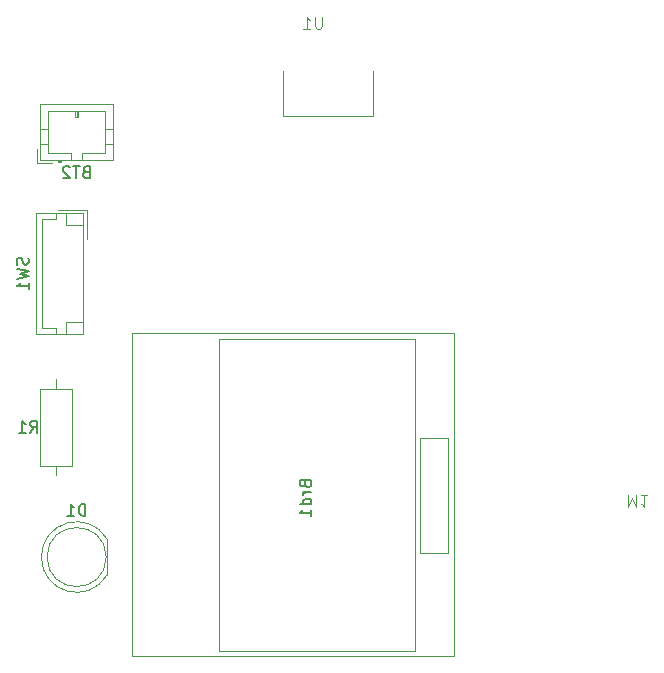
<source format=gbr>
%TF.GenerationSoftware,KiCad,Pcbnew,8.0.8*%
%TF.CreationDate,2025-02-21T09:36:53-08:00*%
%TF.ProjectId,PCB_Design,5043425f-4465-4736-9967-6e2e6b696361,V1.0*%
%TF.SameCoordinates,Original*%
%TF.FileFunction,Legend,Bot*%
%TF.FilePolarity,Positive*%
%FSLAX46Y46*%
G04 Gerber Fmt 4.6, Leading zero omitted, Abs format (unit mm)*
G04 Created by KiCad (PCBNEW 8.0.8) date 2025-02-21 09:36:53*
%MOMM*%
%LPD*%
G01*
G04 APERTURE LIST*
%ADD10C,0.150000*%
%ADD11C,0.100000*%
%ADD12C,0.120000*%
G04 APERTURE END LIST*
D10*
X45508214Y-48381009D02*
X45365357Y-48428628D01*
X45365357Y-48428628D02*
X45317738Y-48476247D01*
X45317738Y-48476247D02*
X45270119Y-48571485D01*
X45270119Y-48571485D02*
X45270119Y-48714342D01*
X45270119Y-48714342D02*
X45317738Y-48809580D01*
X45317738Y-48809580D02*
X45365357Y-48857200D01*
X45365357Y-48857200D02*
X45460595Y-48904819D01*
X45460595Y-48904819D02*
X45841547Y-48904819D01*
X45841547Y-48904819D02*
X45841547Y-47904819D01*
X45841547Y-47904819D02*
X45508214Y-47904819D01*
X45508214Y-47904819D02*
X45412976Y-47952438D01*
X45412976Y-47952438D02*
X45365357Y-48000057D01*
X45365357Y-48000057D02*
X45317738Y-48095295D01*
X45317738Y-48095295D02*
X45317738Y-48190533D01*
X45317738Y-48190533D02*
X45365357Y-48285771D01*
X45365357Y-48285771D02*
X45412976Y-48333390D01*
X45412976Y-48333390D02*
X45508214Y-48381009D01*
X45508214Y-48381009D02*
X45841547Y-48381009D01*
X44984404Y-47904819D02*
X44412976Y-47904819D01*
X44698690Y-48904819D02*
X44698690Y-47904819D01*
X44127261Y-48000057D02*
X44079642Y-47952438D01*
X44079642Y-47952438D02*
X43984404Y-47904819D01*
X43984404Y-47904819D02*
X43746309Y-47904819D01*
X43746309Y-47904819D02*
X43651071Y-47952438D01*
X43651071Y-47952438D02*
X43603452Y-48000057D01*
X43603452Y-48000057D02*
X43555833Y-48095295D01*
X43555833Y-48095295D02*
X43555833Y-48190533D01*
X43555833Y-48190533D02*
X43603452Y-48333390D01*
X43603452Y-48333390D02*
X44174880Y-48904819D01*
X44174880Y-48904819D02*
X43555833Y-48904819D01*
X40796666Y-70454819D02*
X41129999Y-69978628D01*
X41368094Y-70454819D02*
X41368094Y-69454819D01*
X41368094Y-69454819D02*
X40987142Y-69454819D01*
X40987142Y-69454819D02*
X40891904Y-69502438D01*
X40891904Y-69502438D02*
X40844285Y-69550057D01*
X40844285Y-69550057D02*
X40796666Y-69645295D01*
X40796666Y-69645295D02*
X40796666Y-69788152D01*
X40796666Y-69788152D02*
X40844285Y-69883390D01*
X40844285Y-69883390D02*
X40891904Y-69931009D01*
X40891904Y-69931009D02*
X40987142Y-69978628D01*
X40987142Y-69978628D02*
X41368094Y-69978628D01*
X39844285Y-70454819D02*
X40415713Y-70454819D01*
X40129999Y-70454819D02*
X40129999Y-69454819D01*
X40129999Y-69454819D02*
X40225237Y-69597676D01*
X40225237Y-69597676D02*
X40320475Y-69692914D01*
X40320475Y-69692914D02*
X40415713Y-69740533D01*
X64077009Y-74833333D02*
X64124628Y-74976190D01*
X64124628Y-74976190D02*
X64172247Y-75023809D01*
X64172247Y-75023809D02*
X64267485Y-75071428D01*
X64267485Y-75071428D02*
X64410342Y-75071428D01*
X64410342Y-75071428D02*
X64505580Y-75023809D01*
X64505580Y-75023809D02*
X64553200Y-74976190D01*
X64553200Y-74976190D02*
X64600819Y-74880952D01*
X64600819Y-74880952D02*
X64600819Y-74500000D01*
X64600819Y-74500000D02*
X63600819Y-74500000D01*
X63600819Y-74500000D02*
X63600819Y-74833333D01*
X63600819Y-74833333D02*
X63648438Y-74928571D01*
X63648438Y-74928571D02*
X63696057Y-74976190D01*
X63696057Y-74976190D02*
X63791295Y-75023809D01*
X63791295Y-75023809D02*
X63886533Y-75023809D01*
X63886533Y-75023809D02*
X63981771Y-74976190D01*
X63981771Y-74976190D02*
X64029390Y-74928571D01*
X64029390Y-74928571D02*
X64077009Y-74833333D01*
X64077009Y-74833333D02*
X64077009Y-74500000D01*
X64600819Y-75500000D02*
X63934152Y-75500000D01*
X64124628Y-75500000D02*
X64029390Y-75547619D01*
X64029390Y-75547619D02*
X63981771Y-75595238D01*
X63981771Y-75595238D02*
X63934152Y-75690476D01*
X63934152Y-75690476D02*
X63934152Y-75785714D01*
X64600819Y-76547619D02*
X63600819Y-76547619D01*
X64553200Y-76547619D02*
X64600819Y-76452381D01*
X64600819Y-76452381D02*
X64600819Y-76261905D01*
X64600819Y-76261905D02*
X64553200Y-76166667D01*
X64553200Y-76166667D02*
X64505580Y-76119048D01*
X64505580Y-76119048D02*
X64410342Y-76071429D01*
X64410342Y-76071429D02*
X64124628Y-76071429D01*
X64124628Y-76071429D02*
X64029390Y-76119048D01*
X64029390Y-76119048D02*
X63981771Y-76166667D01*
X63981771Y-76166667D02*
X63934152Y-76261905D01*
X63934152Y-76261905D02*
X63934152Y-76452381D01*
X63934152Y-76452381D02*
X63981771Y-76547619D01*
X64600819Y-77547619D02*
X64600819Y-76976191D01*
X64600819Y-77261905D02*
X63600819Y-77261905D01*
X63600819Y-77261905D02*
X63743676Y-77166667D01*
X63743676Y-77166667D02*
X63838914Y-77071429D01*
X63838914Y-77071429D02*
X63886533Y-76976191D01*
X45468094Y-77494819D02*
X45468094Y-76494819D01*
X45468094Y-76494819D02*
X45229999Y-76494819D01*
X45229999Y-76494819D02*
X45087142Y-76542438D01*
X45087142Y-76542438D02*
X44991904Y-76637676D01*
X44991904Y-76637676D02*
X44944285Y-76732914D01*
X44944285Y-76732914D02*
X44896666Y-76923390D01*
X44896666Y-76923390D02*
X44896666Y-77066247D01*
X44896666Y-77066247D02*
X44944285Y-77256723D01*
X44944285Y-77256723D02*
X44991904Y-77351961D01*
X44991904Y-77351961D02*
X45087142Y-77447200D01*
X45087142Y-77447200D02*
X45229999Y-77494819D01*
X45229999Y-77494819D02*
X45468094Y-77494819D01*
X43944285Y-77494819D02*
X44515713Y-77494819D01*
X44229999Y-77494819D02*
X44229999Y-76494819D01*
X44229999Y-76494819D02*
X44325237Y-76637676D01*
X44325237Y-76637676D02*
X44420475Y-76732914D01*
X44420475Y-76732914D02*
X44515713Y-76780533D01*
D11*
X65491904Y-35257419D02*
X65491904Y-36066942D01*
X65491904Y-36066942D02*
X65444285Y-36162180D01*
X65444285Y-36162180D02*
X65396666Y-36209800D01*
X65396666Y-36209800D02*
X65301428Y-36257419D01*
X65301428Y-36257419D02*
X65110952Y-36257419D01*
X65110952Y-36257419D02*
X65015714Y-36209800D01*
X65015714Y-36209800D02*
X64968095Y-36162180D01*
X64968095Y-36162180D02*
X64920476Y-36066942D01*
X64920476Y-36066942D02*
X64920476Y-35257419D01*
X63920476Y-36257419D02*
X64491904Y-36257419D01*
X64206190Y-36257419D02*
X64206190Y-35257419D01*
X64206190Y-35257419D02*
X64301428Y-35400276D01*
X64301428Y-35400276D02*
X64396666Y-35495514D01*
X64396666Y-35495514D02*
X64491904Y-35543133D01*
X91380476Y-75752580D02*
X91380476Y-76752580D01*
X91380476Y-76752580D02*
X91713809Y-76038295D01*
X91713809Y-76038295D02*
X92047142Y-76752580D01*
X92047142Y-76752580D02*
X92047142Y-75752580D01*
X93047142Y-75752580D02*
X92475714Y-75752580D01*
X92761428Y-75752580D02*
X92761428Y-76752580D01*
X92761428Y-76752580D02*
X92666190Y-76609723D01*
X92666190Y-76609723D02*
X92570952Y-76514485D01*
X92570952Y-76514485D02*
X92475714Y-76466866D01*
D10*
X40607200Y-55666667D02*
X40654819Y-55809524D01*
X40654819Y-55809524D02*
X40654819Y-56047619D01*
X40654819Y-56047619D02*
X40607200Y-56142857D01*
X40607200Y-56142857D02*
X40559580Y-56190476D01*
X40559580Y-56190476D02*
X40464342Y-56238095D01*
X40464342Y-56238095D02*
X40369104Y-56238095D01*
X40369104Y-56238095D02*
X40273866Y-56190476D01*
X40273866Y-56190476D02*
X40226247Y-56142857D01*
X40226247Y-56142857D02*
X40178628Y-56047619D01*
X40178628Y-56047619D02*
X40131009Y-55857143D01*
X40131009Y-55857143D02*
X40083390Y-55761905D01*
X40083390Y-55761905D02*
X40035771Y-55714286D01*
X40035771Y-55714286D02*
X39940533Y-55666667D01*
X39940533Y-55666667D02*
X39845295Y-55666667D01*
X39845295Y-55666667D02*
X39750057Y-55714286D01*
X39750057Y-55714286D02*
X39702438Y-55761905D01*
X39702438Y-55761905D02*
X39654819Y-55857143D01*
X39654819Y-55857143D02*
X39654819Y-56095238D01*
X39654819Y-56095238D02*
X39702438Y-56238095D01*
X39654819Y-56571429D02*
X40654819Y-56809524D01*
X40654819Y-56809524D02*
X39940533Y-57000000D01*
X39940533Y-57000000D02*
X40654819Y-57190476D01*
X40654819Y-57190476D02*
X39654819Y-57428572D01*
X40654819Y-58333333D02*
X40654819Y-57761905D01*
X40654819Y-58047619D02*
X39654819Y-58047619D01*
X39654819Y-58047619D02*
X39797676Y-57952381D01*
X39797676Y-57952381D02*
X39892914Y-57857143D01*
X39892914Y-57857143D02*
X39940533Y-57761905D01*
D12*
%TO.C,BT2*%
X41362500Y-46410000D02*
X41362500Y-47660000D01*
X41662500Y-42640000D02*
X41662500Y-47360000D01*
X42272500Y-46050000D02*
X41662500Y-46050000D01*
X42272500Y-44750000D02*
X41662500Y-44750000D01*
X47782500Y-42640000D02*
X41662500Y-42640000D01*
X42272500Y-43250000D02*
X42272500Y-46750000D01*
X47172500Y-43250000D02*
X42272500Y-43250000D01*
X41362500Y-47660000D02*
X42612500Y-47660000D01*
X43122500Y-47360000D02*
X43122500Y-47560000D01*
X43122500Y-47560000D02*
X43422500Y-47560000D01*
X43122500Y-47460000D02*
X43422500Y-47460000D01*
X43422500Y-47560000D02*
X43422500Y-47360000D01*
X44222500Y-46750000D02*
X44222500Y-47360000D01*
X42272500Y-46750000D02*
X44222500Y-46750000D01*
X44822500Y-43750000D02*
X44622500Y-43750000D01*
X44622500Y-43750000D02*
X44622500Y-43250000D01*
X44722500Y-43750000D02*
X44722500Y-43250000D01*
X44822500Y-43250000D02*
X44822500Y-43750000D01*
X45222500Y-47360000D02*
X45222500Y-46750000D01*
X45222500Y-46750000D02*
X47172500Y-46750000D01*
X47172500Y-46750000D02*
X47172500Y-43250000D01*
X41662500Y-47360000D02*
X47782500Y-47360000D01*
X47172500Y-46050000D02*
X47782500Y-46050000D01*
X47172500Y-44750000D02*
X47782500Y-44750000D01*
X47782500Y-47360000D02*
X47782500Y-42640000D01*
%TO.C,R1*%
X41630000Y-66730000D02*
X41630000Y-73270000D01*
X41630000Y-73270000D02*
X44370000Y-73270000D01*
X43000000Y-66730000D02*
X43000000Y-65960000D01*
X43000000Y-73270000D02*
X43000000Y-74040000D01*
X44370000Y-66730000D02*
X41630000Y-66730000D01*
X44370000Y-73270000D02*
X44370000Y-66730000D01*
%TO.C,Brd1*%
X49400000Y-62000000D02*
X76700000Y-62000000D01*
X49400000Y-89400000D02*
X49400000Y-62000000D01*
X56780000Y-62538000D02*
X56805000Y-65878000D01*
X56805000Y-88978000D02*
X56805000Y-65878000D01*
X73405000Y-62792000D02*
X73405000Y-65878000D01*
X73405000Y-62792000D02*
X73417000Y-62538000D01*
X73405000Y-65878000D02*
X73405000Y-88978000D01*
X73405000Y-88978000D02*
X56805000Y-88978000D01*
X73417000Y-62538000D02*
X56780000Y-62538000D01*
X73798000Y-70920000D02*
X76211000Y-70920000D01*
X73798000Y-80699000D02*
X73798000Y-70920000D01*
X73798000Y-80699000D02*
X76211000Y-80699000D01*
X76211000Y-70920000D02*
X76211000Y-80699000D01*
X76700000Y-62000000D02*
X76700000Y-89400000D01*
X76700000Y-89400000D02*
X49400000Y-89400000D01*
%TO.C,D1*%
X47230000Y-81000000D02*
G75*
G02*
X42230000Y-81000000I-2500000J0D01*
G01*
X42230000Y-81000000D02*
G75*
G02*
X47230000Y-81000000I2500000J0D01*
G01*
X47290000Y-82544830D02*
G75*
G02*
X41740000Y-81000048I-2560000J1544830D01*
G01*
X41740000Y-80999952D02*
G75*
G02*
X47290000Y-79455170I2990000J-48D01*
G01*
X47290000Y-82545000D02*
X47290000Y-79455000D01*
D11*
%TO.C,U1*%
X62190000Y-39840000D02*
X62190000Y-43650000D01*
X62190000Y-43650000D02*
X69810000Y-43650000D01*
X69810000Y-43650000D02*
X69810000Y-39840000D01*
D12*
%TO.C,SW1*%
X41290000Y-51890000D02*
X41290000Y-62110000D01*
X41290000Y-62110000D02*
X45310000Y-62110000D01*
X41790000Y-52390000D02*
X43000000Y-52390000D01*
X41790000Y-61610000D02*
X41790000Y-52390000D01*
X43000000Y-52390000D02*
X43000000Y-51890000D01*
X43000000Y-61610000D02*
X41790000Y-61610000D01*
X43000000Y-62110000D02*
X43000000Y-61610000D01*
X43810000Y-52890000D02*
X43810000Y-51890000D01*
X43810000Y-61110000D02*
X43810000Y-62110000D01*
X45310000Y-51890000D02*
X41290000Y-51890000D01*
X45310000Y-52890000D02*
X43810000Y-52890000D01*
X45310000Y-61110000D02*
X43810000Y-61110000D01*
X45310000Y-62110000D02*
X45310000Y-51890000D01*
X45610000Y-51590000D02*
X43110000Y-51590000D01*
X45610000Y-54090000D02*
X45610000Y-51590000D01*
%TD*%
M02*

</source>
